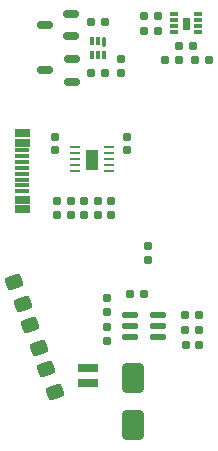
<source format=gbr>
%TF.GenerationSoftware,KiCad,Pcbnew,8.0.5*%
%TF.CreationDate,2025-01-30T00:47:00+01:00*%
%TF.ProjectId,LAMP_OUTDOOR_BATTERY,4c414d50-5f4f-4555-9444-4f4f525f4241,rev?*%
%TF.SameCoordinates,Original*%
%TF.FileFunction,Paste,Top*%
%TF.FilePolarity,Positive*%
%FSLAX46Y46*%
G04 Gerber Fmt 4.6, Leading zero omitted, Abs format (unit mm)*
G04 Created by KiCad (PCBNEW 8.0.5) date 2025-01-30 00:47:00*
%MOMM*%
%LPD*%
G01*
G04 APERTURE LIST*
G04 Aperture macros list*
%AMRoundRect*
0 Rectangle with rounded corners*
0 $1 Rounding radius*
0 $2 $3 $4 $5 $6 $7 $8 $9 X,Y pos of 4 corners*
0 Add a 4 corners polygon primitive as box body*
4,1,4,$2,$3,$4,$5,$6,$7,$8,$9,$2,$3,0*
0 Add four circle primitives for the rounded corners*
1,1,$1+$1,$2,$3*
1,1,$1+$1,$4,$5*
1,1,$1+$1,$6,$7*
1,1,$1+$1,$8,$9*
0 Add four rect primitives between the rounded corners*
20,1,$1+$1,$2,$3,$4,$5,0*
20,1,$1+$1,$4,$5,$6,$7,0*
20,1,$1+$1,$6,$7,$8,$9,0*
20,1,$1+$1,$8,$9,$2,$3,0*%
G04 Aperture macros list end*
%ADD10C,0.010000*%
%ADD11RoundRect,0.147500X0.537500X0.147500X-0.537500X0.147500X-0.537500X-0.147500X0.537500X-0.147500X0*%
%ADD12RoundRect,0.033750X0.336250X0.101250X-0.336250X0.101250X-0.336250X-0.101250X0.336250X-0.101250X0*%
%ADD13R,0.860000X0.260000*%
%ADD14R,1.150000X0.300000*%
%ADD15R,1.700000X0.800000*%
%ADD16RoundRect,0.155000X-0.212500X-0.155000X0.212500X-0.155000X0.212500X0.155000X-0.212500X0.155000X0*%
%ADD17RoundRect,0.150000X0.512500X0.150000X-0.512500X0.150000X-0.512500X-0.150000X0.512500X-0.150000X0*%
%ADD18RoundRect,0.160000X0.160000X-0.197500X0.160000X0.197500X-0.160000X0.197500X-0.160000X-0.197500X0*%
%ADD19RoundRect,0.250000X0.534018X-0.151491X0.311705X0.459309X-0.534018X0.151491X-0.311705X-0.459309X0*%
%ADD20RoundRect,0.155000X-0.155000X0.212500X-0.155000X-0.212500X0.155000X-0.212500X0.155000X0.212500X0*%
%ADD21RoundRect,0.155000X0.155000X-0.212500X0.155000X0.212500X-0.155000X0.212500X-0.155000X-0.212500X0*%
%ADD22RoundRect,0.160000X-0.197500X-0.160000X0.197500X-0.160000X0.197500X0.160000X-0.197500X0.160000X0*%
%ADD23RoundRect,0.160000X-0.160000X0.197500X-0.160000X-0.197500X0.160000X-0.197500X0.160000X0.197500X0*%
%ADD24RoundRect,0.160000X0.197500X0.160000X-0.197500X0.160000X-0.197500X-0.160000X0.197500X-0.160000X0*%
%ADD25RoundRect,0.070000X0.070000X0.355000X-0.070000X0.355000X-0.070000X-0.355000X0.070000X-0.355000X0*%
%ADD26RoundRect,0.070000X0.070000X0.305000X-0.070000X0.305000X-0.070000X-0.305000X0.070000X-0.305000X0*%
%ADD27RoundRect,0.250000X-0.650000X1.000000X-0.650000X-1.000000X0.650000X-1.000000X0.650000X1.000000X0*%
G04 APERTURE END LIST*
D10*
%TO.C,U3*%
X157100000Y-79920000D02*
X156540000Y-79920000D01*
X156540000Y-78980000D01*
X157100000Y-78980000D01*
X157100000Y-79920000D01*
G36*
X157100000Y-79920000D02*
G01*
X156540000Y-79920000D01*
X156540000Y-78980000D01*
X157100000Y-78980000D01*
X157100000Y-79920000D01*
G37*
%TO.C,U1*%
X149330000Y-91761540D02*
X148329038Y-91761540D01*
X148329038Y-90160000D01*
X149330000Y-90160000D01*
X149330000Y-91761540D01*
G36*
X149330000Y-91761540D02*
G01*
X148329038Y-91761540D01*
X148329038Y-90160000D01*
X149330000Y-90160000D01*
X149330000Y-91761540D01*
G37*
%TO.C,J1*%
X143525000Y-89030000D02*
X142375000Y-89030000D01*
X142375000Y-88430000D01*
X143525000Y-88430000D01*
X143525000Y-89030000D01*
G36*
X143525000Y-89030000D02*
G01*
X142375000Y-89030000D01*
X142375000Y-88430000D01*
X143525000Y-88430000D01*
X143525000Y-89030000D01*
G37*
X143525000Y-89830000D02*
X142375000Y-89830000D01*
X142375000Y-89230000D01*
X143525000Y-89230000D01*
X143525000Y-89830000D01*
G36*
X143525000Y-89830000D02*
G01*
X142375000Y-89830000D01*
X142375000Y-89230000D01*
X143525000Y-89230000D01*
X143525000Y-89830000D01*
G37*
X143525000Y-94630000D02*
X142375000Y-94630000D01*
X142375000Y-94030000D01*
X143525000Y-94030000D01*
X143525000Y-94630000D01*
G36*
X143525000Y-94630000D02*
G01*
X142375000Y-94630000D01*
X142375000Y-94030000D01*
X143525000Y-94030000D01*
X143525000Y-94630000D01*
G37*
X143525000Y-95430000D02*
X142375000Y-95430000D01*
X142375000Y-94830000D01*
X143525000Y-94830000D01*
X143525000Y-95430000D01*
G36*
X143525000Y-95430000D02*
G01*
X142375000Y-95430000D01*
X142375000Y-94830000D01*
X143525000Y-94830000D01*
X143525000Y-95430000D01*
G37*
%TD*%
D11*
%TO.C,U2*%
X154430000Y-106020000D03*
X154430000Y-105070000D03*
X154430000Y-104120000D03*
X152090000Y-104120000D03*
X152090000Y-105070000D03*
X152090000Y-106020000D03*
%TD*%
D12*
%TO.C,U3*%
X157800000Y-80200000D03*
X157800000Y-79700000D03*
X157800000Y-79200000D03*
X157800000Y-78700000D03*
X155840000Y-78700000D03*
X155840000Y-79200000D03*
X155840000Y-79700000D03*
X155840000Y-80200000D03*
%TD*%
D13*
%TO.C,U1*%
X147395000Y-89960000D03*
X147395000Y-90460000D03*
X147395000Y-90960000D03*
X147395000Y-91460000D03*
X147395000Y-91960000D03*
X150265000Y-91960000D03*
X150265000Y-91460000D03*
X150265000Y-90960000D03*
X150265000Y-90460000D03*
X150265000Y-89960000D03*
%TD*%
D14*
%TO.C,J1*%
X142950000Y-90680000D03*
X142950000Y-91680000D03*
X142950000Y-92180000D03*
X142950000Y-93180000D03*
X142950000Y-93680000D03*
X142950000Y-92680000D03*
X142950000Y-91180000D03*
X142950000Y-90180000D03*
%TD*%
D15*
%TO.C,L1*%
X148530000Y-109920000D03*
X148530000Y-108620000D03*
%TD*%
D16*
%TO.C,C7*%
X148812500Y-83640000D03*
X149947500Y-83640000D03*
%TD*%
D17*
%TO.C,Q2*%
X147147500Y-84387500D03*
X147147500Y-82487500D03*
X144872500Y-83437500D03*
%TD*%
D16*
%TO.C,C5*%
X156262500Y-81400000D03*
X157397500Y-81400000D03*
%TD*%
D18*
%TO.C,R3*%
X149345000Y-95707500D03*
X149345000Y-94512500D03*
%TD*%
D19*
%TO.C,D3*%
X145698699Y-110648757D03*
X144997557Y-108722387D03*
%TD*%
D20*
%TO.C,C2*%
X151870000Y-89072500D03*
X151870000Y-90207500D03*
%TD*%
D21*
%TO.C,C3*%
X150140000Y-106310000D03*
X150140000Y-105175000D03*
%TD*%
D22*
%TO.C,R7*%
X156762500Y-104130000D03*
X157957500Y-104130000D03*
%TD*%
D23*
%TO.C,R4*%
X148210000Y-94512500D03*
X148210000Y-95707500D03*
%TD*%
D18*
%TO.C,R2*%
X147075000Y-95707500D03*
X147075000Y-94512500D03*
%TD*%
D19*
%TO.C,D2*%
X144351141Y-106946369D03*
X143649999Y-105019999D03*
%TD*%
D24*
%TO.C,R6*%
X157957500Y-105430000D03*
X156762500Y-105430000D03*
%TD*%
D22*
%TO.C,R10*%
X157582500Y-82580000D03*
X158777500Y-82580000D03*
%TD*%
D23*
%TO.C,R5*%
X150480000Y-94512500D03*
X150480000Y-95707500D03*
%TD*%
D24*
%TO.C,R14*%
X149947500Y-79320000D03*
X148752500Y-79320000D03*
%TD*%
D19*
%TO.C,D1*%
X143003584Y-103243982D03*
X142302442Y-101317612D03*
%TD*%
D23*
%TO.C,R13*%
X153650000Y-98292500D03*
X153650000Y-99487500D03*
%TD*%
%TO.C,R8*%
X150150000Y-102705000D03*
X150150000Y-103900000D03*
%TD*%
D17*
%TO.C,Q1*%
X147130000Y-80550000D03*
X147130000Y-78650000D03*
X144855000Y-79600000D03*
%TD*%
D24*
%TO.C,R9*%
X153287500Y-102330000D03*
X152092500Y-102330000D03*
%TD*%
%TO.C,R12*%
X154467500Y-78800000D03*
X153272500Y-78800000D03*
%TD*%
D20*
%TO.C,C1*%
X145740000Y-89072500D03*
X145740000Y-90207500D03*
%TD*%
D16*
%TO.C,C6*%
X153302500Y-80060000D03*
X154437500Y-80060000D03*
%TD*%
D23*
%TO.C,R15*%
X151280000Y-82452500D03*
X151280000Y-83647500D03*
%TD*%
D24*
%TO.C,R11*%
X156267500Y-82580000D03*
X155072500Y-82580000D03*
%TD*%
D25*
%TO.C,U4*%
X149850000Y-81030000D03*
D26*
X149350000Y-80980000D03*
X148850000Y-80980000D03*
X148850000Y-82130000D03*
X149350000Y-82130000D03*
X149850000Y-82130000D03*
%TD*%
D16*
%TO.C,C4*%
X156792500Y-106720000D03*
X157927500Y-106720000D03*
%TD*%
D18*
%TO.C,R1*%
X145940000Y-95707500D03*
X145940000Y-94512500D03*
%TD*%
D27*
%TO.C,D4*%
X152330000Y-109500000D03*
X152330000Y-113500000D03*
%TD*%
M02*

</source>
